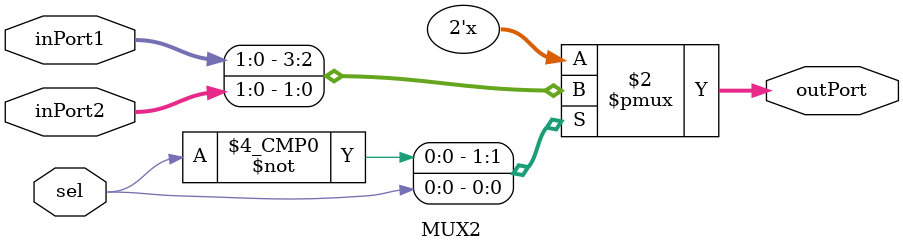
<source format=v>
`timescale 1ns / 1ps
module MUX2(outPort,inPort1,inPort2,sel);
    output [1:0] outPort;
    input [1:0] inPort1;
    input [1:0] inPort2;
    input sel;
    reg [1:0] outPort;

	 always @(sel,inPort1,inPort2)
	 begin
		case(sel)
			1'b0 : outPort = inPort1;
			1'b1 : outPort = inPort2;
		endcase
	 end



endmodule

</source>
